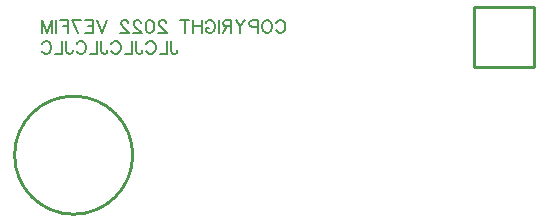
<source format=gbo>
G04 Layer: BottomSilkscreenLayer*
G04 Panelize: V-CUT, Column: 2, Row: 2, Board Size: 58.42mm x 58.42mm, Panelized Board Size: 118.84mm x 118.84mm*
G04 EasyEDA v6.5.32, 2023-07-25 14:04:49*
G04 01c93cbc548a4dda9c4b12d9fff3756e,5a6b42c53f6a479593ecc07194224c93,10*
G04 Gerber Generator version 0.2*
G04 Scale: 100 percent, Rotated: No, Reflected: No *
G04 Dimensions in millimeters *
G04 leading zeros omitted , absolute positions ,4 integer and 5 decimal *
%FSLAX45Y45*%
%MOMM*%

%ADD10C,0.1520*%
%ADD11C,0.1524*%
%ADD12C,0.2540*%

%LPD*%
D10*
X1878444Y5423938D02*
G01*
X1878444Y5340812D01*
X1883641Y5325224D01*
X1888835Y5320029D01*
X1899226Y5314835D01*
X1909617Y5314835D01*
X1920008Y5320029D01*
X1925205Y5325224D01*
X1930400Y5340812D01*
X1930400Y5351203D01*
X1844154Y5423938D02*
G01*
X1844154Y5314835D01*
X1844154Y5314835D02*
G01*
X1781810Y5314835D01*
X1669587Y5397962D02*
G01*
X1674784Y5408353D01*
X1685175Y5418744D01*
X1695564Y5423938D01*
X1716346Y5423938D01*
X1726737Y5418744D01*
X1737128Y5408353D01*
X1742325Y5397962D01*
X1747520Y5382374D01*
X1747520Y5356397D01*
X1742325Y5340812D01*
X1737128Y5330421D01*
X1726737Y5320029D01*
X1716346Y5314835D01*
X1695564Y5314835D01*
X1685175Y5320029D01*
X1674784Y5330421D01*
X1669587Y5340812D01*
X1583344Y5423938D02*
G01*
X1583344Y5340812D01*
X1588538Y5325224D01*
X1593735Y5320029D01*
X1604124Y5314835D01*
X1614515Y5314835D01*
X1624906Y5320029D01*
X1630103Y5325224D01*
X1635297Y5340812D01*
X1635297Y5351203D01*
X1549054Y5423938D02*
G01*
X1549054Y5314835D01*
X1549054Y5314835D02*
G01*
X1486707Y5314835D01*
X1374485Y5397962D02*
G01*
X1379682Y5408353D01*
X1390073Y5418744D01*
X1400464Y5423938D01*
X1421244Y5423938D01*
X1431635Y5418744D01*
X1442026Y5408353D01*
X1447223Y5397962D01*
X1452417Y5382374D01*
X1452417Y5356397D01*
X1447223Y5340812D01*
X1442026Y5330421D01*
X1431635Y5320029D01*
X1421244Y5314835D01*
X1400464Y5314835D01*
X1390073Y5320029D01*
X1379682Y5330421D01*
X1374485Y5340812D01*
X1288242Y5423938D02*
G01*
X1288242Y5340812D01*
X1293436Y5325224D01*
X1298633Y5320029D01*
X1309024Y5314835D01*
X1319415Y5314835D01*
X1329804Y5320029D01*
X1335001Y5325224D01*
X1340195Y5340812D01*
X1340195Y5351203D01*
X1253952Y5423938D02*
G01*
X1253952Y5314835D01*
X1253952Y5314835D02*
G01*
X1191605Y5314835D01*
X1079385Y5397962D02*
G01*
X1084579Y5408353D01*
X1094971Y5418744D01*
X1105362Y5423938D01*
X1126144Y5423938D01*
X1136535Y5418744D01*
X1146924Y5408353D01*
X1152121Y5397962D01*
X1157315Y5382374D01*
X1157315Y5356397D01*
X1152121Y5340812D01*
X1146924Y5330421D01*
X1136535Y5320029D01*
X1126144Y5314835D01*
X1105362Y5314835D01*
X1094971Y5320029D01*
X1084579Y5330421D01*
X1079385Y5340812D01*
X993139Y5423938D02*
G01*
X993139Y5340812D01*
X998334Y5325224D01*
X1003531Y5320029D01*
X1013922Y5314835D01*
X1024313Y5314835D01*
X1034704Y5320029D01*
X1039898Y5325224D01*
X1045095Y5340812D01*
X1045095Y5351203D01*
X958850Y5423938D02*
G01*
X958850Y5314835D01*
X958850Y5314835D02*
G01*
X896505Y5314835D01*
X784283Y5397962D02*
G01*
X789477Y5408353D01*
X799868Y5418744D01*
X810260Y5423938D01*
X831042Y5423938D01*
X841433Y5418744D01*
X851824Y5408353D01*
X857018Y5397962D01*
X862215Y5382374D01*
X862215Y5356397D01*
X857018Y5340812D01*
X851824Y5330421D01*
X841433Y5320029D01*
X831042Y5314835D01*
X810260Y5314835D01*
X799868Y5320029D01*
X789477Y5330421D01*
X784283Y5340812D01*
D11*
X2766822Y5575807D02*
G01*
X2772156Y5586221D01*
X2782570Y5596636D01*
X2792729Y5601715D01*
X2813558Y5601715D01*
X2823972Y5596636D01*
X2834386Y5586221D01*
X2839720Y5575807D01*
X2844800Y5560060D01*
X2844800Y5534152D01*
X2839720Y5518657D01*
X2834386Y5508244D01*
X2823972Y5497829D01*
X2813558Y5492750D01*
X2792729Y5492750D01*
X2782570Y5497829D01*
X2772156Y5508244D01*
X2766822Y5518657D01*
X2701290Y5601715D02*
G01*
X2711704Y5596636D01*
X2722118Y5586221D01*
X2727452Y5575807D01*
X2732531Y5560060D01*
X2732531Y5534152D01*
X2727452Y5518657D01*
X2722118Y5508244D01*
X2711704Y5497829D01*
X2701290Y5492750D01*
X2680715Y5492750D01*
X2670302Y5497829D01*
X2659888Y5508244D01*
X2654554Y5518657D01*
X2649474Y5534152D01*
X2649474Y5560060D01*
X2654554Y5575807D01*
X2659888Y5586221D01*
X2670302Y5596636D01*
X2680715Y5601715D01*
X2701290Y5601715D01*
X2615184Y5601715D02*
G01*
X2615184Y5492750D01*
X2615184Y5601715D02*
G01*
X2568447Y5601715D01*
X2552700Y5596636D01*
X2547620Y5591302D01*
X2542540Y5580887D01*
X2542540Y5565394D01*
X2547620Y5554979D01*
X2552700Y5549900D01*
X2568447Y5544565D01*
X2615184Y5544565D01*
X2508250Y5601715D02*
G01*
X2466593Y5549900D01*
X2466593Y5492750D01*
X2424938Y5601715D02*
G01*
X2466593Y5549900D01*
X2390647Y5601715D02*
G01*
X2390647Y5492750D01*
X2390647Y5601715D02*
G01*
X2343911Y5601715D01*
X2328418Y5596636D01*
X2323084Y5591302D01*
X2318004Y5580887D01*
X2318004Y5570473D01*
X2323084Y5560060D01*
X2328418Y5554979D01*
X2343911Y5549900D01*
X2390647Y5549900D01*
X2354325Y5549900D02*
G01*
X2318004Y5492750D01*
X2283713Y5601715D02*
G01*
X2283713Y5492750D01*
X2171445Y5575807D02*
G01*
X2176779Y5586221D01*
X2186940Y5596636D01*
X2197354Y5601715D01*
X2218181Y5601715D01*
X2228595Y5596636D01*
X2239009Y5586221D01*
X2244090Y5575807D01*
X2249424Y5560060D01*
X2249424Y5534152D01*
X2244090Y5518657D01*
X2239009Y5508244D01*
X2228595Y5497829D01*
X2218181Y5492750D01*
X2197354Y5492750D01*
X2186940Y5497829D01*
X2176779Y5508244D01*
X2171445Y5518657D01*
X2171445Y5534152D01*
X2197354Y5534152D02*
G01*
X2171445Y5534152D01*
X2137156Y5601715D02*
G01*
X2137156Y5492750D01*
X2064511Y5601715D02*
G01*
X2064511Y5492750D01*
X2137156Y5549900D02*
G01*
X2064511Y5549900D01*
X1993900Y5601715D02*
G01*
X1993900Y5492750D01*
X2030222Y5601715D02*
G01*
X1957324Y5601715D01*
X1837944Y5575807D02*
G01*
X1837944Y5580887D01*
X1832610Y5591302D01*
X1827529Y5596636D01*
X1817115Y5601715D01*
X1796287Y5601715D01*
X1785873Y5596636D01*
X1780794Y5591302D01*
X1775460Y5580887D01*
X1775460Y5570473D01*
X1780794Y5560060D01*
X1791207Y5544565D01*
X1843023Y5492750D01*
X1770379Y5492750D01*
X1704847Y5601715D02*
G01*
X1720595Y5596636D01*
X1731010Y5580887D01*
X1736089Y5554979D01*
X1736089Y5539486D01*
X1731010Y5513323D01*
X1720595Y5497829D01*
X1704847Y5492750D01*
X1694434Y5492750D01*
X1678939Y5497829D01*
X1668526Y5513323D01*
X1663445Y5539486D01*
X1663445Y5554979D01*
X1668526Y5580887D01*
X1678939Y5596636D01*
X1694434Y5601715D01*
X1704847Y5601715D01*
X1623821Y5575807D02*
G01*
X1623821Y5580887D01*
X1618742Y5591302D01*
X1613407Y5596636D01*
X1602994Y5601715D01*
X1582420Y5601715D01*
X1572005Y5596636D01*
X1566671Y5591302D01*
X1561592Y5580887D01*
X1561592Y5570473D01*
X1566671Y5560060D01*
X1577086Y5544565D01*
X1629155Y5492750D01*
X1556257Y5492750D01*
X1516887Y5575807D02*
G01*
X1516887Y5580887D01*
X1511554Y5591302D01*
X1506473Y5596636D01*
X1496060Y5601715D01*
X1475231Y5601715D01*
X1464818Y5596636D01*
X1459737Y5591302D01*
X1454404Y5580887D01*
X1454404Y5570473D01*
X1459737Y5560060D01*
X1470152Y5544565D01*
X1521968Y5492750D01*
X1449323Y5492750D01*
X1335023Y5601715D02*
G01*
X1293368Y5492750D01*
X1251965Y5601715D02*
G01*
X1293368Y5492750D01*
X1217676Y5601715D02*
G01*
X1217676Y5492750D01*
X1217676Y5601715D02*
G01*
X1150112Y5601715D01*
X1217676Y5549900D02*
G01*
X1176020Y5549900D01*
X1217676Y5492750D02*
G01*
X1150112Y5492750D01*
X1042923Y5601715D02*
G01*
X1094994Y5492750D01*
X1115821Y5601715D02*
G01*
X1042923Y5601715D01*
X1008634Y5601715D02*
G01*
X1008634Y5492750D01*
X1008634Y5601715D02*
G01*
X941070Y5601715D01*
X1008634Y5549900D02*
G01*
X967231Y5549900D01*
X906779Y5601715D02*
G01*
X906779Y5492750D01*
X872489Y5601715D02*
G01*
X872489Y5492750D01*
X872489Y5601715D02*
G01*
X831087Y5492750D01*
X789431Y5601715D02*
G01*
X831087Y5492750D01*
X789431Y5601715D02*
G01*
X789431Y5492750D01*
D12*
G75*
G01
X1554099Y4457700D02*
G03X1554099Y4457700I-499999J0D01*
X4445000Y5715000D02*
G01*
X4953000Y5715000D01*
X4953000Y5207000D01*
X4445000Y5207000D01*
X4445000Y5715000D01*
M02*

</source>
